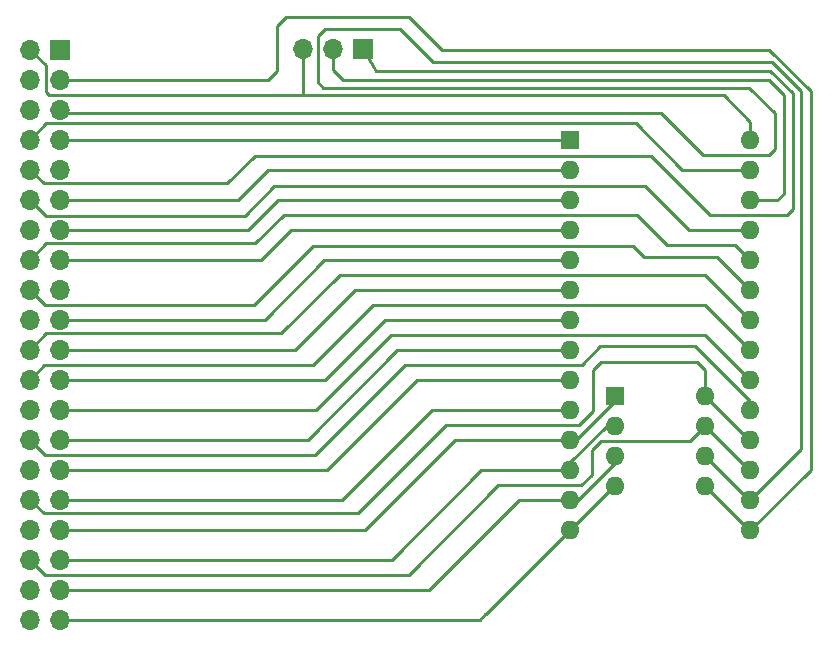
<source format=gbr>
G04 #@! TF.GenerationSoftware,KiCad,Pcbnew,6.0.8+dfsg-1~bpo11+1+rpt1*
G04 #@! TF.CreationDate,2023-08-21T15:08:00-04:00*
G04 #@! TF.ProjectId,pi-eeprom-programmer,70692d65-6570-4726-9f6d-2d70726f6772,0.9.2*
G04 #@! TF.SameCoordinates,Original*
G04 #@! TF.FileFunction,Copper,L2,Bot*
G04 #@! TF.FilePolarity,Positive*
%FSLAX46Y46*%
G04 Gerber Fmt 4.6, Leading zero omitted, Abs format (unit mm)*
G04 Created by KiCad (PCBNEW 6.0.8+dfsg-1~bpo11+1+rpt1) date 2023-08-21 15:08:00*
%MOMM*%
%LPD*%
G01*
G04 APERTURE LIST*
G04 #@! TA.AperFunction,ComponentPad*
%ADD10R,1.700000X1.700000*%
G04 #@! TD*
G04 #@! TA.AperFunction,ComponentPad*
%ADD11O,1.700000X1.700000*%
G04 #@! TD*
G04 #@! TA.AperFunction,ComponentPad*
%ADD12R,1.600000X1.600000*%
G04 #@! TD*
G04 #@! TA.AperFunction,ComponentPad*
%ADD13O,1.600000X1.600000*%
G04 #@! TD*
G04 #@! TA.AperFunction,Conductor*
%ADD14C,0.250000*%
G04 #@! TD*
G04 APERTURE END LIST*
D10*
X136595201Y-44921500D03*
D11*
X134055201Y-44921500D03*
X136595201Y-47461500D03*
X134055201Y-47461500D03*
X136595201Y-50001500D03*
X134055201Y-50001500D03*
X136595201Y-52541500D03*
X134055201Y-52541500D03*
X136595201Y-55081500D03*
X134055201Y-55081500D03*
X136595201Y-57621500D03*
X134055201Y-57621500D03*
X136595201Y-60161500D03*
X134055201Y-60161500D03*
X136595201Y-62701500D03*
X134055201Y-62701500D03*
X136595201Y-65241500D03*
X134055201Y-65241500D03*
X136595201Y-67781500D03*
X134055201Y-67781500D03*
X136595201Y-70321500D03*
X134055201Y-70321500D03*
X136595201Y-72861500D03*
X134055201Y-72861500D03*
X136595201Y-75401500D03*
X134055201Y-75401500D03*
X136595201Y-77941500D03*
X134055201Y-77941500D03*
X136595201Y-80481500D03*
X134055201Y-80481500D03*
X136595201Y-83021500D03*
X134055201Y-83021500D03*
X136595201Y-85561500D03*
X134055201Y-85561500D03*
X136595201Y-88101500D03*
X134055201Y-88101500D03*
X136595201Y-90641500D03*
X134055201Y-90641500D03*
X136595201Y-93181500D03*
X134055201Y-93181500D03*
D12*
X179806600Y-52571500D03*
D13*
X179806600Y-55111500D03*
X179806600Y-57651500D03*
X179806600Y-60191500D03*
X179806600Y-62731500D03*
X179806600Y-65271500D03*
X179806600Y-67811500D03*
X179806600Y-70351500D03*
X179806600Y-72891500D03*
X179806600Y-75431500D03*
X179806600Y-77971500D03*
X179806600Y-80511500D03*
X179806600Y-83051500D03*
X179806600Y-85591500D03*
X195046600Y-85591500D03*
X195046600Y-83051500D03*
X195046600Y-80511500D03*
X195046600Y-77971500D03*
X195046600Y-75431500D03*
X195046600Y-72891500D03*
X195046600Y-70351500D03*
X195046600Y-67811500D03*
X195046600Y-65271500D03*
X195046600Y-62731500D03*
X195046600Y-60191500D03*
X195046600Y-57651500D03*
X195046600Y-55111500D03*
X195046600Y-52571500D03*
D12*
X183581600Y-74225000D03*
D13*
X183581600Y-76765000D03*
X183581600Y-79305000D03*
X183581600Y-81845000D03*
X191201600Y-81845000D03*
X191201600Y-79305000D03*
X191201600Y-76765000D03*
X191201600Y-74225000D03*
D10*
X162255200Y-44907200D03*
D11*
X159715200Y-44907200D03*
X157175200Y-44907200D03*
D14*
X195046600Y-52571500D02*
X195046600Y-51028600D01*
X157182000Y-48768000D02*
X135636000Y-48768000D01*
X135382000Y-46248299D02*
X134055201Y-44921500D01*
X135382000Y-48514000D02*
X135382000Y-46248299D01*
X157175200Y-48761200D02*
X157182000Y-48768000D01*
X192786000Y-48768000D02*
X157182000Y-48768000D01*
X135636000Y-48768000D02*
X135382000Y-48514000D01*
X195046600Y-51028600D02*
X192786000Y-48768000D01*
X157175200Y-44907200D02*
X157175200Y-48761200D01*
X172593000Y-92735400D02*
X172662700Y-92735400D01*
X183553100Y-81845000D02*
X183581600Y-81845000D01*
X179806600Y-85591500D02*
X183553100Y-81845000D01*
X136595201Y-93181500D02*
X172146900Y-93181500D01*
X172662700Y-92735400D02*
X179806600Y-85591500D01*
X172146900Y-93181500D02*
X172593000Y-92735400D01*
X136595201Y-52541500D02*
X179776600Y-52541500D01*
X179776600Y-52541500D02*
X179806600Y-52571500D01*
X189274300Y-55111500D02*
X195046600Y-55111500D01*
X134055201Y-52541500D02*
X135420201Y-51176500D01*
X135420201Y-51176500D02*
X185339300Y-51176500D01*
X185339300Y-51176500D02*
X189274300Y-55111500D01*
X134055201Y-55081500D02*
X135230201Y-56256500D01*
X196736000Y-46736000D02*
X163352480Y-46736000D01*
X163352480Y-46736000D02*
X162255200Y-44907200D01*
X186664600Y-53898800D02*
X191668400Y-58902600D01*
X198628000Y-58420000D02*
X198628000Y-48628000D01*
X198628000Y-48628000D02*
X196736000Y-46736000D01*
X135230201Y-56256500D02*
X150753500Y-56256500D01*
X191668400Y-58902600D02*
X198145400Y-58902600D01*
X150753500Y-56256500D02*
X153111200Y-53898800D01*
X198145400Y-58902600D02*
X198628000Y-58420000D01*
X153111200Y-53898800D02*
X186664600Y-53898800D01*
X136595201Y-57621500D02*
X151674500Y-57621500D01*
X151674500Y-57621500D02*
X154184500Y-55111500D01*
X154184500Y-55111500D02*
X179806600Y-55111500D01*
X135412501Y-58978800D02*
X152273000Y-58978800D01*
X186131200Y-56489600D02*
X189833100Y-60191500D01*
X134055201Y-57621500D02*
X135412501Y-58978800D01*
X154762200Y-56489600D02*
X186131200Y-56489600D01*
X189833100Y-60191500D02*
X195046600Y-60191500D01*
X152273000Y-58978800D02*
X154762200Y-56489600D01*
X136595201Y-60161500D02*
X152538100Y-60161500D01*
X155048100Y-57651500D02*
X179806600Y-57651500D01*
X152538100Y-60161500D02*
X155048100Y-57651500D01*
X153655700Y-62701500D02*
X156165700Y-60191500D01*
X136595201Y-62701500D02*
X153655700Y-62701500D01*
X156165700Y-60191500D02*
X179806600Y-60191500D01*
X187967400Y-61450000D02*
X193765100Y-61450000D01*
X185420000Y-58902600D02*
X187967400Y-61450000D01*
X134055201Y-62701500D02*
X135420201Y-61336500D01*
X193765100Y-61450000D02*
X195046600Y-62731500D01*
X155549600Y-58902600D02*
X185420000Y-58902600D01*
X153115700Y-61336500D02*
X155549600Y-58902600D01*
X135420201Y-61336500D02*
X153115700Y-61336500D01*
X134055201Y-65241500D02*
X135336301Y-66522600D01*
X185089800Y-61518800D02*
X186071000Y-62500000D01*
X192275100Y-62500000D02*
X195046600Y-65271500D01*
X153035000Y-66522600D02*
X158038800Y-61518800D01*
X158038800Y-61518800D02*
X185089800Y-61518800D01*
X186071000Y-62500000D02*
X192275100Y-62500000D01*
X135336301Y-66522600D02*
X153035000Y-66522600D01*
X158985100Y-62731500D02*
X179806600Y-62731500D01*
X153935100Y-67781500D02*
X158985100Y-62731500D01*
X136595201Y-67781500D02*
X153935100Y-67781500D01*
X161575900Y-65271500D02*
X179806600Y-65271500D01*
X156525900Y-70321500D02*
X161575900Y-65271500D01*
X136595201Y-70321500D02*
X156525900Y-70321500D01*
X134055201Y-70321500D02*
X135420201Y-68956500D01*
X155325500Y-68956500D02*
X160274000Y-64008000D01*
X135420201Y-68956500D02*
X155325500Y-68956500D01*
X160274000Y-64008000D02*
X191243100Y-64008000D01*
X191243100Y-64008000D02*
X195046600Y-67811500D01*
X159040500Y-72861500D02*
X164090500Y-67811500D01*
X164090500Y-67811500D02*
X179806600Y-67811500D01*
X136595201Y-72861500D02*
X159040500Y-72861500D01*
X163068000Y-66548000D02*
X157988000Y-71628000D01*
X195046600Y-70351500D02*
X191243100Y-66548000D01*
X191243100Y-66548000D02*
X163068000Y-66548000D01*
X157988000Y-71628000D02*
X135288701Y-71628000D01*
X135288701Y-71628000D02*
X134055201Y-72861500D01*
X136595201Y-77941500D02*
X157592700Y-77941500D01*
X165182700Y-70351500D02*
X179806600Y-70351500D01*
X157592700Y-77941500D02*
X165182700Y-70351500D01*
X190400000Y-70050000D02*
X195046600Y-74696600D01*
X134055201Y-77941500D02*
X135361701Y-79248000D01*
X135361701Y-79248000D02*
X158165800Y-79248000D01*
X158165800Y-79248000D02*
X165788800Y-71625000D01*
X182350000Y-70050000D02*
X190400000Y-70050000D01*
X180775000Y-71625000D02*
X182350000Y-70050000D01*
X165788800Y-71625000D02*
X180775000Y-71625000D01*
X195046600Y-74696600D02*
X195046600Y-75431500D01*
X159243700Y-80481500D02*
X166833700Y-72891500D01*
X136595201Y-80481500D02*
X159243700Y-80481500D01*
X166833700Y-72891500D02*
X179806600Y-72891500D01*
X160513700Y-83021500D02*
X168103700Y-75431500D01*
X168103700Y-75431500D02*
X179806600Y-75431500D01*
X136595201Y-83021500D02*
X160513700Y-83021500D01*
X134055201Y-83021500D02*
X135230201Y-84196500D01*
X181700000Y-72075000D02*
X182375000Y-71400000D01*
X182375000Y-71400000D02*
X190550000Y-71400000D01*
X169299000Y-76700000D02*
X180550000Y-76700000D01*
X135230201Y-84196500D02*
X161802500Y-84196500D01*
X180550000Y-76700000D02*
X181700000Y-75550000D01*
X191201600Y-72051600D02*
X191201600Y-74225000D01*
X181700000Y-75550000D02*
X181700000Y-72075000D01*
X194948100Y-77971500D02*
X195046600Y-77971500D01*
X190550000Y-71400000D02*
X191201600Y-72051600D01*
X191201600Y-74225000D02*
X194948100Y-77971500D01*
X161802500Y-84196500D02*
X169299000Y-76700000D01*
X162444100Y-85561500D02*
X170034100Y-77971500D01*
X183581600Y-74668400D02*
X183581600Y-74225000D01*
X180278500Y-77971500D02*
X183581600Y-74668400D01*
X179806600Y-77971500D02*
X180278500Y-77971500D01*
X170034100Y-77971500D02*
X179806600Y-77971500D01*
X136595201Y-85561500D02*
X162444100Y-85561500D01*
X182910000Y-76765000D02*
X183581600Y-76765000D01*
X164704700Y-88101500D02*
X172294700Y-80511500D01*
X179806600Y-80511500D02*
X179806600Y-79868400D01*
X136595201Y-88101500D02*
X164704700Y-88101500D01*
X179806600Y-79868400D02*
X182910000Y-76765000D01*
X172294700Y-80511500D02*
X179806600Y-80511500D01*
X191201600Y-76765000D02*
X194948100Y-80511500D01*
X135336301Y-89382600D02*
X166116000Y-89382600D01*
X173698600Y-81800000D02*
X180725000Y-81800000D01*
X182425000Y-78025000D02*
X189941600Y-78025000D01*
X180725000Y-81800000D02*
X181625000Y-80900000D01*
X181625000Y-80900000D02*
X181625000Y-78825000D01*
X166116000Y-89382600D02*
X173698600Y-81800000D01*
X181625000Y-78825000D02*
X182425000Y-78025000D01*
X189941600Y-78025000D02*
X191201600Y-76765000D01*
X134055201Y-88101500D02*
X135336301Y-89382600D01*
X194948100Y-80511500D02*
X195046600Y-80511500D01*
X167879700Y-90641500D02*
X175469700Y-83051500D01*
X175469700Y-83051500D02*
X179806600Y-83051500D01*
X179806600Y-83051500D02*
X180448500Y-83051500D01*
X183581600Y-79918400D02*
X183581600Y-79305000D01*
X136595201Y-90641500D02*
X167879700Y-90641500D01*
X180448500Y-83051500D02*
X183581600Y-79918400D01*
X136595201Y-75401500D02*
X158278500Y-75401500D01*
X191243100Y-69088000D02*
X195046600Y-72891500D01*
X164592000Y-69088000D02*
X191243100Y-69088000D01*
X158278500Y-75401500D02*
X164592000Y-69088000D01*
X200152000Y-80498000D02*
X195058500Y-85591500D01*
X154940000Y-42926000D02*
X155702000Y-42164000D01*
X168910000Y-44958000D02*
X196658000Y-44958000D01*
X191201600Y-81845000D02*
X194948100Y-85591500D01*
X200152000Y-48452000D02*
X200152000Y-80498000D01*
X166116000Y-42164000D02*
X168910000Y-44958000D01*
X195058500Y-85591500D02*
X195046600Y-85591500D01*
X154214500Y-47461500D02*
X154940000Y-46736000D01*
X154940000Y-46736000D02*
X154940000Y-42926000D01*
X136595201Y-47461500D02*
X154214500Y-47461500D01*
X194948100Y-85591500D02*
X195046600Y-85591500D01*
X196658000Y-44958000D02*
X200152000Y-48452000D01*
X155702000Y-42164000D02*
X166116000Y-42164000D01*
X136885701Y-50292000D02*
X187452000Y-50292000D01*
X191008000Y-53848000D02*
X196596000Y-53848000D01*
X194962000Y-48150000D02*
X158894000Y-48150000D01*
X158425000Y-43759000D02*
X159004000Y-43180000D01*
X158894000Y-48150000D02*
X158425000Y-47681000D01*
X158425000Y-47681000D02*
X158425000Y-43759000D01*
X196596000Y-53848000D02*
X197104000Y-53340000D01*
X165354000Y-43180000D02*
X168148000Y-45974000D01*
X187452000Y-50292000D02*
X191008000Y-53848000D01*
X199325000Y-48449000D02*
X199325000Y-78773100D01*
X168148000Y-45974000D02*
X196850000Y-45974000D01*
X191201600Y-79305000D02*
X194948100Y-83051500D01*
X197104000Y-50292000D02*
X194962000Y-48150000D01*
X159004000Y-43180000D02*
X165354000Y-43180000D01*
X194948100Y-83051500D02*
X195046600Y-83051500D01*
X196850000Y-45974000D02*
X199325000Y-48449000D01*
X197104000Y-53340000D02*
X197104000Y-50292000D01*
X136595201Y-50001500D02*
X136885701Y-50292000D01*
X199325000Y-78773100D02*
X195046600Y-83051500D01*
X197866000Y-48768000D02*
X196596000Y-47498000D01*
X159715200Y-46685200D02*
X159715200Y-44907200D01*
X195046600Y-57651500D02*
X197348500Y-57651500D01*
X197866000Y-57134000D02*
X197866000Y-48768000D01*
X160528000Y-47498000D02*
X159715200Y-46685200D01*
X197348500Y-57651500D02*
X197866000Y-57134000D01*
X196596000Y-47498000D02*
X160528000Y-47498000D01*
M02*

</source>
